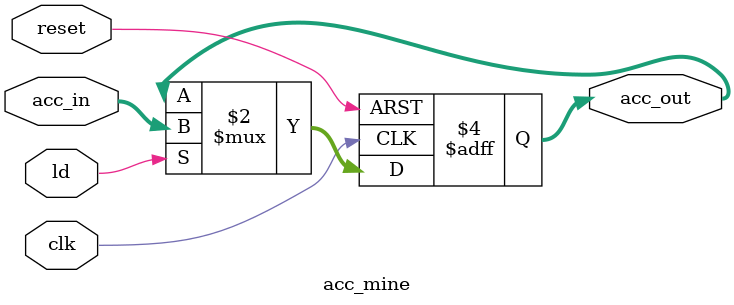
<source format=v>
module acc_mine (
    input        clk,
    input        ld,
    input        reset,
    input  [7:0] acc_in,
    output reg [7:0] acc_out
);

always @(posedge clk or posedge reset) begin
    if (reset)
        acc_out <= 8'b0;
    else if (ld)
        acc_out <= acc_in;
end

endmodule

</source>
